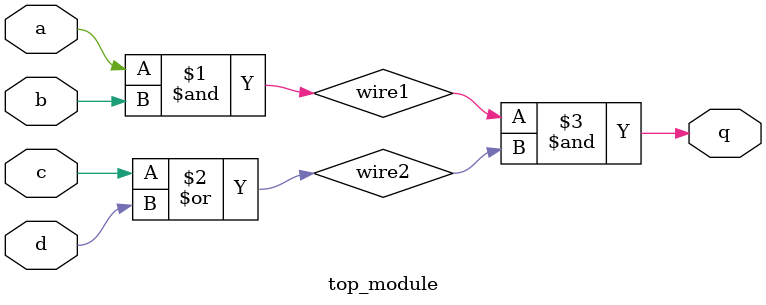
<source format=sv>
module top_module (
    input a,
    input b,
    input c,
    input d,
    output q
);

    wire wire1, wire2;

    assign wire1 = a & b;
    assign wire2 = c | d;
    assign q = wire1 & wire2;

endmodule

</source>
